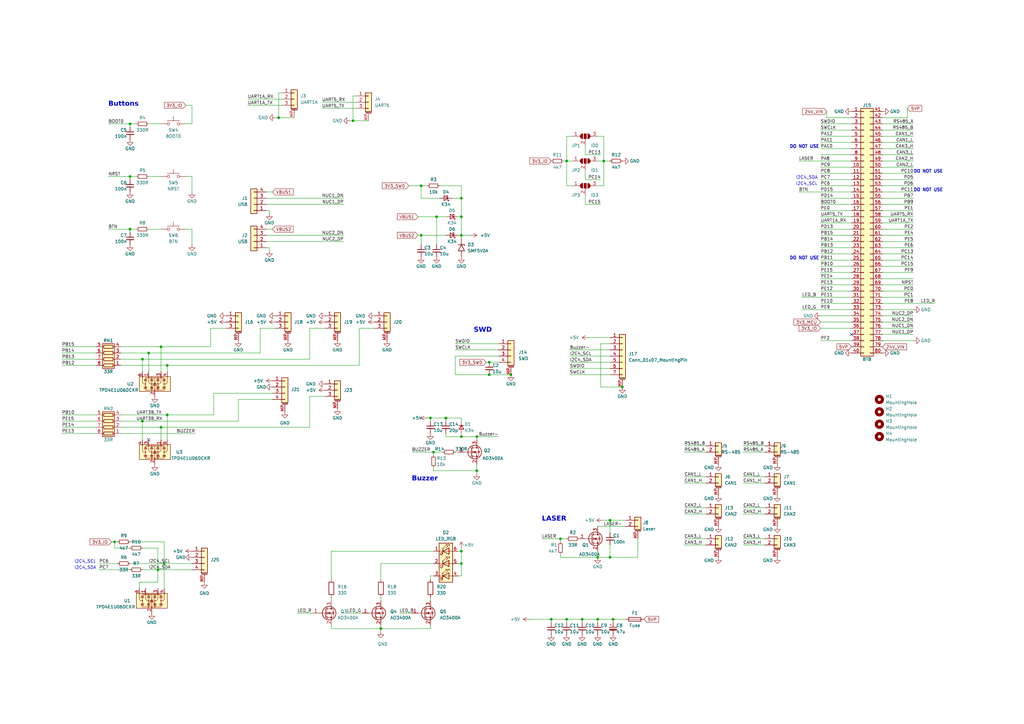
<source format=kicad_sch>
(kicad_sch (version 20231120) (generator "eeschema") (generator_version "8.0")
  (paper "A3")
  (junction (at 144.78 49.53))
  (junction (at 209.55 153.67))
  (junction (at 46.99 222.25))
  (junction (at 66.04 142.24))
  (junction (at 245.11 228.6))
  (junction (at 58.42 172.72))
  (junction (at 68.58 149.86))
  (junction (at 60.96 144.78))
  (junction (at 232.41 254))
  (junction (at 238.76 254))
  (junction (at 226.06 254))
  (junction (at 195.58 179.07))
  (junction (at 53.34 72.39))
  (junction (at 200.66 148.59))
  (junction (at 179.07 88.9))
  (junction (at 189.23 88.9))
  (junction (at 156.21 257.81))
  (junction (at 176.53 171.45))
  (junction (at 195.58 193.04))
  (junction (at 247.65 66.04))
  (junction (at 68.58 170.18))
  (junction (at 245.11 254))
  (junction (at 189.23 179.07))
  (junction (at 53.34 93.98))
  (junction (at 67.31 231.14))
  (junction (at 172.72 96.52))
  (junction (at 58.42 147.32))
  (junction (at 251.46 254))
  (junction (at 255.27 158.75))
  (junction (at 189.23 81.28))
  (junction (at 53.34 50.8))
  (junction (at 189.23 231.14))
  (junction (at 189.23 96.52))
  (junction (at 200.66 153.67))
  (junction (at 250.19 228.6))
  (junction (at 177.8 185.42))
  (junction (at 182.88 171.45))
  (junction (at 172.72 76.2))
  (junction (at 250.19 213.36))
  (junction (at 66.04 175.26))
  (junction (at 232.41 66.04))
  (junction (at 64.77 233.68))
  (junction (at 229.87 220.98))
  (junction (at 189.23 226.06))
  (junction (at 114.3 48.26))
  (no_connect (at 60.96 180.34))
  (no_connect (at 349.25 137.16))
  (wire (pts (xy 349.25 91.44) (xy 336.55 91.44)))
  (wire (pts (xy 374.65 114.3) (xy 361.95 114.3)))
  (wire (pts (xy 232.41 66.04) (xy 232.41 55.88)))
  (wire (pts (xy 304.8 198.12) (xy 313.69 198.12)))
  (wire (pts (xy 222.25 220.98) (xy 229.87 220.98)))
  (wire (pts (xy 250.19 213.36) (xy 256.54 213.36)))
  (wire (pts (xy 374.65 127) (xy 361.95 127)))
  (wire (pts (xy 238.76 254) (xy 245.11 254)))
  (wire (pts (xy 113.03 48.26) (xy 114.3 48.26)))
  (wire (pts (xy 177.8 185.42) (xy 181.61 185.42)))
  (wire (pts (xy 374.65 129.54) (xy 361.95 129.54)))
  (wire (pts (xy 250.19 223.52) (xy 250.19 228.6)))
  (wire (pts (xy 250.19 213.36) (xy 250.19 218.44)))
  (wire (pts (xy 127 175.26) (xy 127 162.56)))
  (wire (pts (xy 233.68 151.13) (xy 250.19 151.13)))
  (wire (pts (xy 25.4 177.8) (xy 39.37 177.8)))
  (wire (pts (xy 189.23 226.06) (xy 189.23 231.14)))
  (wire (pts (xy 67.31 222.25) (xy 67.31 231.14)))
  (wire (pts (xy 182.88 171.45) (xy 182.88 172.72)))
  (wire (pts (xy 189.23 226.06) (xy 189.23 224.79)))
  (wire (pts (xy 374.65 139.7) (xy 361.95 139.7)))
  (wire (pts (xy 78.74 93.98) (xy 78.74 100.33)))
  (wire (pts (xy 66.04 175.26) (xy 127 175.26)))
  (wire (pts (xy 121.92 251.46) (xy 128.27 251.46)))
  (wire (pts (xy 189.23 96.52) (xy 189.23 97.79)))
  (wire (pts (xy 245.11 215.9) (xy 256.54 215.9)))
  (wire (pts (xy 53.34 50.8) (xy 53.34 52.07)))
  (wire (pts (xy 247.269 213.36) (xy 250.19 213.36)))
  (wire (pts (xy 186.69 185.42) (xy 187.96 185.42)))
  (wire (pts (xy 374.65 81.28) (xy 361.95 81.28)))
  (wire (pts (xy 109.22 101.6) (xy 110.49 101.6)))
  (wire (pts (xy 86.36 142.24) (xy 86.36 134.62)))
  (wire (pts (xy 234.95 76.2) (xy 232.41 76.2)))
  (wire (pts (xy 349.25 68.58) (xy 336.55 68.58)))
  (wire (pts (xy 374.65 73.66) (xy 361.95 73.66)))
  (wire (pts (xy 60.96 50.8) (xy 66.04 50.8)))
  (wire (pts (xy 187.96 96.52) (xy 189.23 96.52)))
  (wire (pts (xy 374.65 111.76) (xy 361.95 111.76)))
  (wire (pts (xy 25.4 144.78) (xy 39.37 144.78)))
  (wire (pts (xy 374.65 83.82) (xy 361.95 83.82)))
  (wire (pts (xy 114.3 38.1) (xy 115.57 38.1)))
  (wire (pts (xy 76.2 72.39) (xy 78.74 72.39)))
  (wire (pts (xy 144.78 49.53) (xy 151.13 49.53)))
  (wire (pts (xy 247.65 55.88) (xy 247.65 66.04)))
  (wire (pts (xy 304.8 220.98) (xy 313.69 220.98)))
  (wire (pts (xy 246.38 140.97) (xy 246.38 158.75)))
  (wire (pts (xy 135.89 246.38) (xy 135.89 245.11)))
  (wire (pts (xy 86.36 134.62) (xy 92.71 134.62)))
  (wire (pts (xy 189.23 81.28) (xy 189.23 76.2)))
  (wire (pts (xy 142.24 251.46) (xy 148.59 251.46)))
  (wire (pts (xy 233.68 143.51) (xy 250.19 143.51)))
  (wire (pts (xy 53.34 72.39) (xy 55.88 72.39)))
  (wire (pts (xy 58.42 233.68) (xy 64.77 233.68)))
  (wire (pts (xy 349.25 104.14) (xy 336.55 104.14)))
  (wire (pts (xy 111.76 93.98) (xy 109.22 93.98)))
  (wire (pts (xy 109.22 86.36) (xy 110.49 86.36)))
  (wire (pts (xy 349.25 93.98) (xy 336.55 93.98)))
  (wire (pts (xy 45.72 222.25) (xy 46.99 222.25)))
  (wire (pts (xy 374.65 58.42) (xy 361.95 58.42)))
  (wire (pts (xy 349.25 109.22) (xy 336.55 109.22)))
  (wire (pts (xy 64.77 233.68) (xy 64.77 238.76)))
  (wire (pts (xy 76.2 43.18) (xy 78.74 43.18)))
  (wire (pts (xy 349.25 106.68) (xy 336.55 106.68)))
  (wire (pts (xy 374.65 60.96) (xy 361.95 60.96)))
  (wire (pts (xy 240.03 80.01) (xy 240.03 83.82)))
  (wire (pts (xy 176.53 171.45) (xy 176.53 172.72)))
  (wire (pts (xy 127 134.62) (xy 133.35 134.62)))
  (wire (pts (xy 349.25 63.5) (xy 336.55 63.5)))
  (wire (pts (xy 111.76 78.74) (xy 109.22 78.74)))
  (wire (pts (xy 349.25 129.54) (xy 336.55 129.54)))
  (wire (pts (xy 232.41 254) (xy 238.76 254)))
  (wire (pts (xy 186.69 140.97) (xy 204.47 140.97)))
  (wire (pts (xy 349.25 111.76) (xy 336.55 111.76)))
  (wire (pts (xy 106.68 134.62) (xy 113.03 134.62)))
  (wire (pts (xy 232.41 66.04) (xy 232.41 76.2)))
  (wire (pts (xy 25.4 142.24) (xy 39.37 142.24)))
  (wire (pts (xy 127 162.56) (xy 133.35 162.56)))
  (wire (pts (xy 372.11 48.26) (xy 361.95 48.26)))
  (wire (pts (xy 44.45 93.98) (xy 53.34 93.98)))
  (wire (pts (xy 280.67 223.52) (xy 289.56 223.52)))
  (wire (pts (xy 182.88 179.07) (xy 182.88 177.8)))
  (wire (pts (xy 177.8 193.04) (xy 195.58 193.04)))
  (wire (pts (xy 189.23 171.45) (xy 189.23 172.72)))
  (wire (pts (xy 374.65 88.9) (xy 361.95 88.9)))
  (wire (pts (xy 49.53 149.86) (xy 68.58 149.86)))
  (wire (pts (xy 372.11 44.45) (xy 372.11 48.26)))
  (wire (pts (xy 156.21 259.08) (xy 156.21 257.81)))
  (wire (pts (xy 66.04 142.24) (xy 66.04 152.4)))
  (wire (pts (xy 232.41 66.04) (xy 234.95 66.04)))
  (wire (pts (xy 179.07 100.33) (xy 179.07 88.9)))
  (wire (pts (xy 44.45 72.39) (xy 53.34 72.39)))
  (wire (pts (xy 180.34 76.2) (xy 189.23 76.2)))
  (wire (pts (xy 245.11 228.6) (xy 250.19 228.6)))
  (wire (pts (xy 106.68 144.78) (xy 106.68 134.62)))
  (wire (pts (xy 49.53 142.24) (xy 66.04 142.24)))
  (wire (pts (xy 186.69 146.05) (xy 186.69 153.67)))
  (wire (pts (xy 25.4 147.32) (xy 39.37 147.32)))
  (wire (pts (xy 109.22 81.28) (xy 140.97 81.28)))
  (wire (pts (xy 60.96 72.39) (xy 66.04 72.39)))
  (wire (pts (xy 195.58 193.04) (xy 195.58 194.31)))
  (wire (pts (xy 53.34 72.39) (xy 53.34 73.66)))
  (wire (pts (xy 147.32 134.62) (xy 153.67 134.62)))
  (wire (pts (xy 374.65 53.34) (xy 361.95 53.34)))
  (wire (pts (xy 280.67 195.58) (xy 289.56 195.58)))
  (wire (pts (xy 349.25 71.12) (xy 336.55 71.12)))
  (wire (pts (xy 349.25 81.28) (xy 336.55 81.28)))
  (wire (pts (xy 156.21 231.14) (xy 156.21 237.49)))
  (wire (pts (xy 68.58 170.18) (xy 87.63 170.18)))
  (wire (pts (xy 349.25 53.34) (xy 336.55 53.34)))
  (wire (pts (xy 349.25 121.92) (xy 328.93 121.92)))
  (wire (pts (xy 246.38 158.75) (xy 255.27 158.75)))
  (wire (pts (xy 97.79 163.83) (xy 111.76 163.83)))
  (wire (pts (xy 374.65 63.5) (xy 361.95 63.5)))
  (wire (pts (xy 280.67 198.12) (xy 289.56 198.12)))
  (wire (pts (xy 67.31 231.14) (xy 78.74 231.14)))
  (wire (pts (xy 229.87 227.33) (xy 229.87 228.6)))
  (wire (pts (xy 101.6 40.64) (xy 115.57 40.64)))
  (wire (pts (xy 349.25 76.2) (xy 336.55 76.2)))
  (wire (pts (xy 67.31 231.14) (xy 67.31 241.3)))
  (wire (pts (xy 46.99 224.79) (xy 46.99 222.25)))
  (wire (pts (xy 189.23 236.22) (xy 187.96 236.22)))
  (wire (pts (xy 182.88 171.45) (xy 189.23 171.45)))
  (wire (pts (xy 349.25 58.42) (xy 336.55 58.42)))
  (wire (pts (xy 233.68 146.05) (xy 250.19 146.05)))
  (wire (pts (xy 40.64 231.14) (xy 48.26 231.14)))
  (wire (pts (xy 189.23 177.8) (xy 189.23 179.07)))
  (wire (pts (xy 349.25 119.38) (xy 336.55 119.38)))
  (wire (pts (xy 199.39 148.59) (xy 200.66 148.59)))
  (wire (pts (xy 233.68 153.67) (xy 250.19 153.67)))
  (wire (pts (xy 144.78 49.53) (xy 144.78 39.37)))
  (wire (pts (xy 304.8 223.52) (xy 313.69 223.52)))
  (wire (pts (xy 189.23 96.52) (xy 193.04 96.52)))
  (wire (pts (xy 195.58 190.5) (xy 195.58 193.04)))
  (wire (pts (xy 179.07 88.9) (xy 182.88 88.9)))
  (wire (pts (xy 53.34 50.8) (xy 55.88 50.8)))
  (wire (pts (xy 374.65 76.2) (xy 361.95 76.2)))
  (wire (pts (xy 53.34 224.79) (xy 46.99 224.79)))
  (wire (pts (xy 280.67 210.82) (xy 289.56 210.82)))
  (wire (pts (xy 349.25 60.96) (xy 336.55 60.96)))
  (wire (pts (xy 156.21 257.81) (xy 156.21 256.54)))
  (wire (pts (xy 76.2 93.98) (xy 78.74 93.98)))
  (wire (pts (xy 374.65 116.84) (xy 361.95 116.84)))
  (wire (pts (xy 60.96 144.78) (xy 60.96 152.4)))
  (wire (pts (xy 110.49 101.6) (xy 110.49 102.87)))
  (wire (pts (xy 304.8 182.88) (xy 313.69 182.88)))
  (wire (pts (xy 374.65 119.38) (xy 361.95 119.38)))
  (wire (pts (xy 374.65 66.04) (xy 361.95 66.04)))
  (wire (pts (xy 339.09 48.26) (xy 349.25 48.26)))
  (wire (pts (xy 167.64 76.2) (xy 172.72 76.2)))
  (wire (pts (xy 217.17 254) (xy 226.06 254)))
  (wire (pts (xy 147.32 149.86) (xy 147.32 134.62)))
  (wire (pts (xy 53.34 93.98) (xy 55.88 93.98)))
  (wire (pts (xy 68.58 170.18) (xy 68.58 180.34)))
  (wire (pts (xy 349.25 73.66) (xy 336.55 73.66)))
  (wire (pts (xy 172.72 96.52) (xy 182.88 96.52)))
  (wire (pts (xy 177.8 231.14) (xy 156.21 231.14)))
  (wire (pts (xy 200.66 153.67) (xy 209.55 153.67)))
  (wire (pts (xy 374.65 68.58) (xy 361.95 68.58)))
  (wire (pts (xy 101.6 43.18) (xy 115.57 43.18)))
  (wire (pts (xy 109.22 83.82) (xy 140.97 83.82)))
  (wire (pts (xy 374.65 71.12) (xy 361.95 71.12)))
  (wire (pts (xy 374.65 93.98) (xy 361.95 93.98)))
  (wire (pts (xy 328.93 127) (xy 349.25 127)))
  (wire (pts (xy 143.51 49.53) (xy 144.78 49.53)))
  (wire (pts (xy 68.58 149.86) (xy 147.32 149.86)))
  (wire (pts (xy 135.89 257.81) (xy 135.89 256.54)))
  (wire (pts (xy 240.03 63.5) (xy 246.38 63.5)))
  (wire (pts (xy 240.03 69.85) (xy 240.03 73.66)))
  (wire (pts (xy 374.65 99.06) (xy 361.95 99.06)))
  (wire (pts (xy 349.25 116.84) (xy 336.55 116.84)))
  (wire (pts (xy 339.09 45.72) (xy 339.09 48.26)))
  (wire (pts (xy 168.91 185.42) (xy 177.8 185.42)))
  (wire (pts (xy 64.77 224.79) (xy 64.77 233.68)))
  (wire (pts (xy 240.03 59.69) (xy 240.03 63.5)))
  (wire (pts (xy 245.11 66.04) (xy 247.65 66.04)))
  (wire (pts (xy 374.65 96.52) (xy 361.95 96.52)))
  (wire (pts (xy 189.23 81.28) (xy 185.42 81.28)))
  (wire (pts (xy 66.04 175.26) (xy 66.04 180.34)))
  (wire (pts (xy 233.68 148.59) (xy 250.19 148.59)))
  (wire (pts (xy 229.87 220.98) (xy 229.87 222.25)))
  (wire (pts (xy 327.66 66.04) (xy 349.25 66.04)))
  (wire (pts (xy 374.65 132.08) (xy 361.95 132.08)))
  (wire (pts (xy 40.64 233.68) (xy 53.34 233.68)))
  (wire (pts (xy 58.42 147.32) (xy 58.42 152.4)))
  (wire (pts (xy 250.19 228.6) (xy 261.62 228.6)))
  (wire (pts (xy 241.3 138.43) (xy 250.19 138.43)))
  (wire (pts (xy 240.03 83.82) (xy 246.38 83.82)))
  (wire (pts (xy 250.19 140.97) (xy 246.38 140.97)))
  (wire (pts (xy 49.53 170.18) (xy 68.58 170.18)))
  (wire (pts (xy 374.65 55.88) (xy 361.95 55.88)))
  (wire (pts (xy 229.87 228.6) (xy 245.11 228.6)))
  (wire (pts (xy 114.3 48.26) (xy 120.65 48.26)))
  (wire (pts (xy 127 147.32) (xy 127 134.62)))
  (wire (pts (xy 97.79 163.83) (xy 97.79 172.72)))
  (wire (pts (xy 186.69 143.51) (xy 204.47 143.51)))
  (wire (pts (xy 87.63 161.29) (xy 111.76 161.29)))
  (wire (pts (xy 232.41 55.88) (xy 234.95 55.88)))
  (wire (pts (xy 25.4 175.26) (xy 39.37 175.26)))
  (wire (pts (xy 189.23 88.9) (xy 189.23 96.52)))
  (wire (pts (xy 53.34 222.25) (xy 67.31 222.25)))
  (wire (pts (xy 374.65 101.6) (xy 361.95 101.6)))
  (wire (pts (xy 238.76 254) (xy 238.76 255.27)))
  (wire (pts (xy 132.08 41.91) (xy 146.05 41.91)))
  (wire (pts (xy 182.88 179.07) (xy 189.23 179.07)))
  (wire (pts (xy 226.06 254) (xy 232.41 254)))
  (wire (pts (xy 171.45 88.9) (xy 179.07 88.9)))
  (wire (pts (xy 186.69 153.67) (xy 200.66 153.67)))
  (wire (pts (xy 177.8 226.06) (xy 135.89 226.06)))
  (wire (pts (xy 336.55 132.08) (xy 349.25 132.08)))
  (wire (pts (xy 374.65 78.74) (xy 361.95 78.74)))
  (wire (pts (xy 189.23 226.06) (xy 187.96 226.06)))
  (wire (pts (xy 44.45 50.8) (xy 53.34 50.8)))
  (wire (pts (xy 66.04 142.24) (xy 86.36 142.24)))
  (wire (pts (xy 204.47 179.07) (xy 195.58 179.07)))
  (wire (pts (xy 251.46 254) (xy 251.46 255.27)))
  (wire (pts (xy 349.25 86.36) (xy 336.55 86.36)))
  (wire (pts (xy 374.65 91.44) (xy 361.95 91.44)))
  (wire (pts (xy 78.74 50.8) (xy 76.2 50.8)))
  (wire (pts (xy 176.53 236.22) (xy 177.8 236.22)))
  (wire (pts (xy 64.77 233.68) (xy 78.74 233.68)))
  (wire (pts (xy 49.53 172.72) (xy 58.42 172.72)))
  (wire (pts (xy 53.34 93.98) (xy 53.34 95.25)))
  (wire (pts (xy 247.65 66.04) (xy 250.19 66.04)))
  (wire (pts (xy 176.53 237.49) (xy 176.53 236.22)))
  (wire (pts (xy 280.67 220.98) (xy 289.56 220.98)))
  (wire (pts (xy 163.83 251.46) (xy 168.91 251.46)))
  (wire (pts (xy 374.65 104.14) (xy 361.95 104.14)))
  (wire (pts (xy 189.23 88.9) (xy 187.96 88.9)))
  (wire (pts (xy 172.72 76.2) (xy 172.72 81.28)))
  (wire (pts (xy 189.23 231.14) (xy 187.96 231.14)))
  (wire (pts (xy 349.25 99.06) (xy 336.55 99.06)))
  (wire (pts (xy 280.67 182.88) (xy 289.56 182.88)))
  (wire (pts (xy 109.22 96.52) (xy 140.97 96.52)))
  (wire (pts (xy 349.25 88.9) (xy 336.55 88.9)))
  (wire (pts (xy 349.25 124.46) (xy 336.55 124.46)))
  (wire (pts (xy 349.25 96.52) (xy 336.55 96.52)))
  (wire (pts (xy 245.11 55.88) (xy 247.65 55.88)))
  (wire (pts (xy 374.65 109.22) (xy 361.95 109.22)))
  (wire (pts (xy 245.11 254) (xy 251.46 254)))
  (wire (pts (xy 58.42 147.32) (xy 127 147.32)))
  (wire (pts (xy 349.25 83.82) (xy 336.55 83.82)))
  (wire (pts (xy 25.4 172.72) (xy 39.37 172.72)))
  (wire (pts (xy 49.53 147.32) (xy 58.42 147.32)))
  (wire (pts (xy 135.89 226.06) (xy 135.89 237.49)))
  (wire (pts (xy 172.72 81.28) (xy 180.34 81.28)))
  (wire (pts (xy 114.3 48.26) (xy 114.3 38.1)))
  (wire (pts (xy 251.46 254) (xy 256.54 254)))
  (wire (pts (xy 349.25 114.3) (xy 336.55 114.3)))
  (wire (pts (xy 132.08 44.45) (xy 146.05 44.45)))
  (wire (pts (xy 247.65 66.04) (xy 247.65 76.2)))
  (wire (pts (xy 280.67 208.28) (xy 289.56 208.28)))
  (wire (pts (xy 176.53 246.38) (xy 176.53 245.11)))
  (wire (pts (xy 374.65 137.16) (xy 361.95 137.16)))
  (wire (pts (xy 261.62 228.6) (xy 261.62 220.98)))
  (wire (pts (xy 383.54 124.46) (xy 361.95 124.46)))
  (wire (pts (xy 374.65 106.68) (xy 361.95 106.68)))
  (wire (pts (xy 189.23 81.28) (xy 189.23 88.9)))
  (wire (pts (xy 60.96 144.78) (xy 106.68 144.78)))
  (wire (pts (xy 177.8 186.69) (xy 177.8 185.42)))
  (wire (pts (xy 247.65 76.2) (xy 245.11 76.2)))
  (wire (pts (xy 78.74 43.18) (xy 78.74 50.8)))
  (wire (pts (xy 46.99 222.25) (xy 48.26 222.25)))
  (wire (pts (xy 280.67 185.42) (xy 289.56 185.42)))
  (wire (pts (xy 189.23 236.22) (xy 189.23 231.14)))
  (wire (pts (xy 58.42 172.72) (xy 58.42 180.34)))
  (wire (pts (xy 49.53 177.8) (xy 80.01 177.8)))
  (wire (pts (xy 58.42 172.72) (xy 97.79 172.72)))
  (wire (pts (xy 175.26 171.45) (xy 176.53 171.45)))
  (wire (pts (xy 175.26 76.2) (xy 172.72 76.2)))
  (wire (pts (xy 57.15 238.76) (xy 64.77 238.76)))
  (wire (pts (xy 232.41 254) (xy 232.41 255.27)))
  (wire (pts (xy 60.96 93.98) (xy 66.04 93.98)))
  (wire (pts (xy 58.42 224.79) (xy 64.77 224.79)))
  (wire (pts (xy 245.11 226.06) (xy 245.11 228.6)))
  (wire (pts (xy 25.4 149.86) (xy 39.37 149.86)))
  (wire (pts (xy 374.65 50.8) (xy 361.95 50.8)))
  (wire (pts (xy 57.15 241.3) (xy 57.15 238.76)))
  (wire (pts (xy 68.58 149.86) (xy 68.58 152.4)))
  (wire (pts (xy 226.06 254) (xy 226.06 255.27)))
  (wire (pts (xy 109.22 99.06) (xy 140.97 99.06)))
  (wire (pts (xy 156.21 246.38) (xy 156.21 245.11)))
  (wire (pts (xy 304.8 185.42) (xy 313.69 185.42)))
  (wire (pts (xy 229.87 220.98) (xy 232.41 220.98)))
  (wire (pts (xy 349.25 50.8) (xy 336.55 50.8)))
  (wire (pts (xy 156.21 257.81) (xy 176.53 257.81)))
  (wire (pts (xy 304.8 195.58) (xy 313.69 195.58)))
  (wire (pts (xy 304.8 210.82) (xy 313.69 210.82)))
  (wire (pts (xy 49.53 175.26) (xy 66.04 175.26)))
  (wire (pts (xy 172.72 96.52) (xy 172.72 100.33)))
  (wire (pts (xy 349.25 101.6) (xy 336.55 101.6)))
  (wire (pts (xy 53.34 231.14) (xy 67.31 231.14)))
  (wire (pts (xy 245.11 255.27) (xy 245.11 254)))
  (wire (pts (xy 374.65 86.36) (xy 361.95 86.36)))
  (wire (pts (xy 189.23 179.07) (xy 195.58 179.07)))
  (wire (pts (xy 176.53 171.45) (xy 182.88 171.45)))
  (wire (pts (xy 171.45 96.52) (xy 172.72 96.52)))
  (wire (pts (xy 304.8 208.28) (xy 313.69 208.28)))
  (wire (pts (xy 176.53 257.81) (xy 176.53 256.54)))
  (wire (pts (xy 49.53 144.78) (xy 60.96 144.78)))
  (wire (pts (xy 204.47 146.05) (xy 186.69 146.05)))
  (wire (pts (xy 231.14 66.04) (xy 232.41 66.04)))
  (wire (pts (xy 200.66 148.59) (xy 204.47 148.59)))
  (wire (pts (xy 374.65 134.62) (xy 361.95 134.62)))
  (wire (pts (xy 240.03 73.66) (xy 246.38 73.66)))
  (wire (pts (xy 110.49 86.36) (xy 110.49 87.63)))
  (wire (pts (xy 349.25 139.7) (xy 336.55 139.7)))
  (wire (pts (xy 25.4 170.18) (xy 39.37 170.18)))
  (wire (pts (xy 374.65 121.92) (xy 361.95 121.92)))
  (wire (pts (xy 135.89 257.81) (xy 156.21 257.81)))
  (wire (pts (xy 349.25 55.88) (xy 336.55 55.88)))
  (wire (pts (xy 177.8 191.77) (xy 177.8 193.04)))
  (wire (pts (xy 195.58 179.07) (xy 195.58 180.34)))
  (wire (pts (xy 87.63 170.18) (xy 87.63 161.29)))
  (wire (pts (xy 327.66 78.74) (xy 349.25 78.74)))
  (wire (pts (xy 144.78 39.37) (xy 146.05 39.37)))
  (wire (pts (xy 78.74 72.39) (xy 78.74 78.74)))
  (wire (pts (xy 349.25 134.62) (xy 336.55 134.62)))
  (text "DO NOT USE" (at 323.85 60.96 0) (effects (font (size 1.27 1.27) (thickness 0.254) (bold yes)) (justify left bottom)))
  (text "I2C4_SDA" (at 326.39 73.66 0) (effects (font (size 1.27 1.27)) (justify left bottom)))
  (text "DO NOT USE" (at 323.85 106.68 0) (effects (font (size 1.27 1.27) (thickness 0.254) (bold yes)) (justify left bottom)))
  (text "Buttons" (at 44.45 44.45 0) (effects (font (size 2 2) (thickness 0.4) (bold yes)) (justify left bottom)))
  (text "DO NOT USE" (at 374.65 78.74 0) (effects (font (size 1.27 1.27) (thickness 0.254) (bold yes)) (justify left bottom)))
  (text "DO NOT USE" (at 374.65 71.12 0) (effects (font (size 1.27 1.27) (thickness 0.254) (bold yes)) (justify left bottom)))
  (text "SWD" (at 194.31 137.16 0) (effects (font (size 2 2) (thickness 0.4) (bold yes)) (justify left bottom)))
  (text "I2C4_SCL" (at 326.39 76.2 0) (effects (font (size 1.27 1.27)) (justify left bottom)))
  (text "LASER" (at 222.25 214.63 0) (effects (font (size 2 2) (thickness 0.4) (bold yes)) (justify left bottom)))
  (text "I2C4_SCL" (at 30.48 231.14 0) (effects (font (size 1.27 1.27)) (justify left bottom)))
  (text "I2C4_SDA" (at 30.48 233.68 0) (effects (font (size 1.27 1.27)) (justify left bottom)))
  (text "Buzzer" (at 168.91 198.12 0) (effects (font (size 2 2) (thickness 0.4) (bold yes)) (justify left bottom)))
  (label "UART3B_RX" (at 55.88 172.72 0))
  (label "UART1A_RX" (at 336.55 91.44 0))
  (label "UART1A_TX" (at 374.65 91.44 180))
  (label "CAN1_L" (at 374.65 58.42 180))
  (label "I2C4_SDA" (at 233.68 148.59 0))
  (label "PE6" (at 374.65 101.6 180))
  (label "PC6" (at 40.64 231.14 0))
  (label "PD14" (at 336.55 81.28 0))
  (label "PB9" (at 374.65 83.82 180))
  (label "CAN1_H" (at 374.65 55.88 180))
  (label "UART1A_TX" (at 101.6 43.18 0))
  (label "PC15" (at 374.65 109.22 180))
  (label "PB11" (at 336.55 106.68 0))
  (label "PC7" (at 40.64 233.68 0))
  (label "Buzzer-" (at 233.68 143.51 0))
  (label "UART5_RX" (at 374.65 88.9 180))
  (label "PE13" (at 25.4 177.8 0))
  (label "I2C4_SDA" (at 60.96 233.68 0))
  (label "PB14" (at 336.55 99.06 0))
  (label "NUC1_DP" (at 374.65 137.16 180))
  (label "PC11" (at 374.65 78.74 180))
  (label "UART5_TX" (at 132.08 44.45 0))
  (label "NUC1_DP" (at 140.97 83.82 180))
  (label "LED_B" (at 163.83 251.46 0))
  (label "NUC2_DP" (at 140.97 99.06 180))
  (label "CAN1_L" (at 304.8 195.58 0))
  (label "PE13" (at 336.55 116.84 0))
  (label "SWDIO" (at 336.55 50.8 0))
  (label "UART5_RX" (at 132.08 41.91 0))
  (label "PD13" (at 336.55 93.98 0))
  (label "PA11" (at 336.55 58.42 0))
  (label "PC0" (at 374.65 119.38 180))
  (label "PB10" (at 25.4 170.18 0))
  (label "LED_G" (at 142.24 251.46 0))
  (label "I2C4_SCL" (at 60.96 231.14 0))
  (label "PE4" (at 374.65 96.52 180))
  (label "BTN" (at 44.45 93.98 0))
  (label "RS485_B" (at 280.67 182.88 0))
  (label "CAN1_L" (at 280.67 195.58 0))
  (label "LASER" (at 327.66 66.04 0))
  (label "CAN3_L" (at 304.8 220.98 0))
  (label "RS485_A" (at 304.8 185.42 0))
  (label "PC10" (at 374.65 71.12 180))
  (label "CAN1_H" (at 280.67 198.12 0))
  (label "PE9" (at 336.55 127 0))
  (label "LED_G" (at 328.93 127 0))
  (label "PE14" (at 336.55 114.3 0))
  (label "CAN2_H" (at 304.8 210.82 0))
  (label "RS485_A" (at 280.67 185.42 0))
  (label "PE8" (at 374.65 124.46 180))
  (label "I2C4_SCL" (at 233.68 146.05 0))
  (label "PE11" (at 336.55 121.92 0))
  (label "SWCLK" (at 233.68 153.67 0))
  (label "LED_B" (at 328.93 121.92 0))
  (label "NUC2_DN" (at 374.65 132.08 180))
  (label "SWDIO" (at 233.68 151.13 0))
  (label "BUZZER" (at 80.01 177.8 180))
  (label "PD6" (at 374.65 76.2 180))
  (label "PE2" (at 374.65 93.98 180))
  (label "PE15" (at 336.55 111.76 0))
  (label "LASER-" (at 247.65 215.9 0))
  (label "PC1" (at 374.65 121.92 180))
  (label "NUC2_DP" (at 374.65 129.54 180))
  (label "PB12" (at 25.4 149.86 0))
  (label "PB13" (at 25.4 147.32 0))
  (label "PE10" (at 336.55 124.46 0))
  (label "CAN2_H" (at 374.65 66.04 180))
  (label "PA12" (at 336.55 55.88 0))
  (label "PB13" (at 336.55 101.6 0))
  (label "PB14" (at 25.4 144.78 0))
  (label "LED_R" (at 383.54 124.46 180))
  (label "UART1A_RX" (at 101.6 40.64 0))
  (label "CAN3_L" (at 280.67 220.98 0))
  (label "UART5_TX" (at 336.55 88.9 0))
  (label "RS485_A" (at 374.65 50.8 180))
  (label "BUZZER" (at 168.91 185.42 0))
  (label "PE12" (at 336.55 119.38 0))
  (label "CAN2_H" (at 280.67 210.82 0))
  (label "CAN3_L" (at 374.65 63.5 180))
  (label "PB12" (at 336.55 104.14 0))
  (label "BOOT0" (at 336.55 83.82 0))
  (label "PC14" (at 374.65 106.68 180))
  (label "RS485_B" (at 304.8 182.88 0))
  (label "PC15" (at 246.38 83.82 180))
  (label "RS485_B" (at 374.65 53.34 180))
  (label "PC9" (at 336.55 68.58 0))
  (label "NRST" (at 44.45 72.39 0))
  (label "PF9" (at 374.65 111.76 180))
  (label "PD15" (at 336.55 78.74 0))
  (label "CAN3_H" (at 374.65 60.96 180))
  (label "LED_R" (at 121.92 251.46 0))
  (label "PB15" (at 336.55 96.52 0))
  (label "PC13" (at 246.38 63.5 180))
  (label "PA10" (at 336.55 60.96 0))
  (label "PC13" (at 374.65 104.14 180))
  (label "PC8" (at 336.55 71.12 0))
  (label "BTN" (at 327.66 78.74 0))
  (label "NUC1_DN" (at 374.65 134.62 180))
  (label "PC6" (at 336.55 76.2 0))
  (label "NUC1_DN" (at 140.97 81.28 180))
  (label "PE15" (at 25.4 172.72 0))
  (label "Buzzer-" (at 204.47 179.07 180))
  (label "NUC2_DN" (at 140.97 96.52 180))
  (label "PB10" (at 336.55 109.22 0))
  (label "CAN2_L" (at 280.67 208.28 0))
  (label "SWCLK" (at 186.69 143.51 0))
  (label "PD5" (at 374.65 73.66 180))
  (label "PE5" (at 374.65 99.06 180))
  (label "BOOT0" (at 44.45 50.8 0))
  (label "CAN2_L" (at 304.8 208.28 0))
  (label "UART3B_TX" (at 55.88 170.18 0))
  (label "PC14" (at 246.38 73.66 180))
  (label "NRST" (at 374.65 116.84 180))
  (label "CAN3_H" (at 304.8 223.52 0))
  (label "LASER" (at 222.25 220.98 0))
  (label "CAN1_H" (at 304.8 198.12 0))
  (label "CAN3_H" (at 280.67 223.52 0))
  (label "CAN2_L" (at 374.65 68.58 180))
  (label "PB7" (at 374.65 81.28 180))
  (label "SWDIO" (at 186.69 140.97 0))
  (label "PF2" (at 336.55 139.7 0))
  (label "PB15" (at 25.4 142.24 0))
  (label "PC7" (at 336.55 73.66 0))
  (label "PE14" (at 25.4 175.26 0))
  (label "SWCLK" (at 336.55 53.34 0))
  (label "PE1" (at 374.65 86.36 180))
  (label "PE0" (at 336.55 86.36 0))
  (label "PA8" (at 336.55 66.04 0))
  (global_label "VBUS1" (shape input) (at 171.45 88.9 180) (property "Intersheetrefs" "${INTERSHEET_REFS}" (effects (hide yes))))
  (global_label "3V3_IO" (shape input) (at 226.06 66.04 180) (property "Intersheetrefs" "${INTERSHEET_REFS}" (effects (hide yes))))
  (global_label "5VP" (shape input) (at 349.25 142.24 180) (property "Intersheetrefs" "${INTERSHEET_REFS}" (effects (hide yes))))
  (global_label "3V3_IO" (shape input) (at 76.2 43.18 180) (property "Intersheetrefs" "${INTERSHEET_REFS}" (effects (hide yes))))
  (global_label "VBUS2" (shape input) (at 111.76 93.98 0) (property "Intersheetrefs" "${INTERSHEET_REFS}" (effects (hide yes))))
  (global_label "24V_VIN" (shape input) (at 339.09 45.72 180) (property "Intersheetrefs" "${INTERSHEET_REFS}" (effects (hide yes))))
  (global_label "3V3_SWD" (shape input) (at 199.39 148.59 180) (property "Intersheetrefs" "${INTERSHEET_REFS}" (effects (hide yes))))
  (global_label "3V3_MCU" (shape input) (at 336.55 132.08 180) (property "Intersheetrefs" "${INTERSHEET_REFS}" (effects (hide yes))))
  (global_label "VBUS2" (shape input) (at 171.45 96.52 180) (property "Intersheetrefs" "${INTERSHEET_REFS}" (effects (hide yes))))
  (global_label "VBUS1" (shape input) (at 111.76 78.74 0) (property "Intersheetrefs" "${INTERSHEET_REFS}" (effects (hide yes))))
  (global_label "5VP" (shape input) (at 264.16 254 0) (property "Intersheetrefs" "${INTERSHEET_REFS}" (effects (hide yes))))
  (global_label "3V3_IO" (shape input) (at 336.55 134.62 180) (property "Intersheetrefs" "${INTERSHEET_REFS}" (effects (hide yes))))
  (global_label "3V3_SWD" (shape input) (at 167.64 76.2 180) (property "Intersheetrefs" "${INTERSHEET_REFS}" (effects (hide yes))))
  (global_label "3V3_IO" (shape input) (at 45.72 222.25 180) (property "Intersheetrefs" "${INTERSHEET_REFS}" (effects (hide yes))))
  (global_label "5VP" (shape input) (at 372.11 44.45 0) (property "Intersheetrefs" "${INTERSHEET_REFS}" (effects (hide yes))))
  (global_label "24V_VIN" (shape input) (at 361.95 142.24 0) (property "Intersheetrefs" "${INTERSHEET_REFS}" (effects (hide yes))))
  (symbol (lib_id "power:GND") (at 318.77 228.6 0) (unit 1)
    (property "Reference" "#PWR013" (effects (hide yes)))
    (property "Value" "GND" (at 314.96 229.87 0))
  )
  (symbol (lib_id "power:GND") (at 113.03 48.26 270) (unit 1)
    (property "Reference" "#PWR03" (effects (hide yes)))
    (property "Value" "GND" (at 107.95 48.26 90))
  )
  (symbol (lib_id "Transistor_FET:AO3400A") (at 193.04 185.42 0) (unit 1)
    (property "Reference" "Q2" (at 198.374 184.785 0) (effects (justify left)))
    (property "Value" "AO3400A" (at 197.866 187.96 0) (effects (justify left)))
    (property "Footprint" "Package_TO_SOT_SMD:SOT-23" (effects (hide yes)))
    (property "Datasheet" "http://www.aosmd.com/pdfs/datasheet/AO3400A.pdf" (effects (hide yes)))
  )
  (symbol (lib_id "power:GND") (at 238.76 260.35 0) (unit 1)
    (property "Reference" "#PWR039" (effects (hide yes)))
    (property "Value" "GND" (at 238.76 264.16 0))
  )
  (symbol (lib_id "Switch:SW_Push") (at 71.12 72.39 0) (unit 1)
    (property "Reference" "SW5" (at 71.12 74.93 0))
    (property "Value" "NRST" (at 71.12 77.47 0))
    (property "Footprint" "Button_Switch_SMD:SW_SPST_PTS810" (effects (hide yes)))
  )
  (symbol (lib_id "Connector_Generic_MountingPin:Conn_01x03_MountingPin") (at 118.11 132.08 0) (unit 1)
    (property "Reference" "J18" (at 120.65 132.08 0) (effects (justify left)))
    (property "Value" "Conn_01x03_MountingPin" (effects (hide yes)))
    (property "Footprint" "Connector_JST:JST_GH_BM03B-GHS-TBT_1x03-1MP_P1.25mm_Vertical" (effects (hide yes)))
  )
  (symbol (lib_id "Device:R_Small") (at 228.6 66.04 90) (mirror x) (unit 1)
    (property "Reference" "R11" (at 228.6 63.5 90))
    (property "Value" "4k7" (at 228.6 68.58 90))
    (property "Footprint" "Resistor_SMD:R_0603_1608Metric" (effects (hide yes)))
  )
  (symbol (lib_id "AEX7 Others:TPD4E1U06DCKR") (at 63.5 157.48 0) (unit 1)
    (property "Reference" "U2" (at 52.07 157.48 0) (effects (justify left)))
    (property "Value" "TPD4E1U06DCKR" (at 40.64 160.02 0) (effects (justify left)))
    (property "Footprint" "Package_TO_SOT_SMD:SOT-363_SC-70-6" (effects (hide yes)))
    (property "Datasheet" "http://www.onsemi.com/pub_link/Collateral/NUP4202W1-D.PDF" (effects (hide yes)))
  )
  (symbol (lib_id "power:+5V") (at 193.04 96.52 270) (unit 1)
    (property "Reference" "#PWR028" (effects (hide yes)))
    (property "Value" "+5V" (at 196.85 96.52 90) (effects (justify left)))
  )
  (symbol (lib_id "Device:R_Small") (at 50.8 222.25 90) (mirror x) (unit 1)
    (property "Reference" "R9" (at 50.8 219.71 90))
    (property "Value" "4k7" (at 50.8 224.79 90))
    (property "Footprint" "Resistor_SMD:R_0603_1608Metric" (effects (hide yes)))
  )
  (symbol (lib_id "power:GND") (at 92.71 129.54 270) (unit 1)
    (property "Reference" "#PWR034" (effects (hide yes)))
    (property "Value" "GND" (at 88.9 129.54 90) (effects (justify right)))
  )
  (symbol (lib_id "Device:R_Small") (at 58.42 72.39 90) (mirror x) (unit 1)
    (property "Reference" "R5" (at 58.42 69.85 90))
    (property "Value" "330R" (at 58.42 74.93 90))
    (property "Footprint" "Resistor_SMD:R_0603_1608Metric" (effects (hide yes)))
  )
  (symbol (lib_id "power:+5V") (at 217.17 254 90) (unit 1)
    (property "Reference" "#PWR030" (effects (hide yes)))
    (property "Value" "+5V" (at 213.36 254 90) (effects (justify left)))
  )
  (symbol (lib_id "Mechanical:MountingHole") (at 360.68 168.91 0) (unit 1)
    (property "Reference" "H2" (at 363.22 167.64 0) (effects (justify left)))
    (property "Value" "MountingHole" (at 363.22 170.18 0) (effects (justify left)))
    (property "Footprint" "MountingHole:MountingHole_3.2mm_M3_DIN965_Pad" (effects (hide yes)))
  )
  (symbol (lib_id "Connector_Generic_MountingPin:Conn_01x07_MountingPin") (at 255.27 146.05 0) (unit 1)
    (property "Reference" "J17" (at 257.81 145.1356 0) (effects (justify left)))
    (property "Value" "Conn_01x07_MountingPin" (at 257.81 147.6756 0) (effects (justify left)))
    (property "Footprint" "Connector_JST:JST_GH_BM07B-GHS-TBT_1x07-1MP_P1.25mm_Vertical" (effects (hide yes)))
  )
  (symbol (lib_id "power:GND") (at 176.53 177.8 0) (unit 1)
    (property "Reference" "#PWR066" (effects (hide yes)))
    (property "Value" "GND" (at 176.53 181.61 0))
  )
  (symbol (lib_id "Device:C_Small") (at 182.88 175.26 0) (unit 1)
    (property "Reference" "C14" (at 184.15 173.99 0) (effects (justify left)))
    (property "Value" "20p" (at 184.15 176.53 0) (effects (justify left)))
    (property "Footprint" "Capacitor_SMD:C_0603_1608Metric" (effects (hide yes)))
  )
  (symbol (lib_id "power:GND") (at 158.75 139.7 0) (unit 1)
    (property "Reference" "#PWR049" (effects (hide yes)))
    (property "Value" "GND" (at 158.75 143.51 0))
  )
  (symbol (lib_id "Diode:SMF5V0A") (at 189.23 101.6 270) (unit 1)
    (property "Reference" "D3" (at 191.77 100.33 90) (effects (justify left)))
    (property "Value" "SMF5V0A" (at 191.77 102.87 90) (effects (justify left)))
    (property "Footprint" "Diode_SMD:D_SMF" (effects (hide yes)))
    (property "Datasheet" "https://www.vishay.com/doc?85881" (effects (hide yes)))
  )
  (symbol (lib_id "Mechanical:MountingHole") (at 360.68 163.83 0) (unit 1)
    (property "Reference" "H1" (at 363.22 162.56 0) (effects (justify left)))
    (property "Value" "MountingHole" (at 363.22 165.1 0) (effects (justify left)))
    (property "Footprint" "MountingHole:MountingHole_3.2mm_M3_DIN965_Pad" (effects (hide yes)))
  )
  (symbol (lib_id "Switch:SW_Push") (at 71.12 93.98 0) (unit 1)
    (property "Reference" "SW6" (at 71.12 96.52 0))
    (property "Value" "BTN" (at 71.12 99.06 0))
    (property "Footprint" "Button_Switch_SMD:SW_SPST_PTS810" (effects (hide yes)))
  )
  (symbol (lib_id "Device:C_Small") (at 53.34 54.61 0) (mirror y) (unit 1)
    (property "Reference" "C5" (at 52.07 53.34 0) (effects (justify left)))
    (property "Value" "100n" (at 52.07 55.88 0) (effects (justify left)))
    (property "Footprint" "Capacitor_SMD:C_0603_1608Metric" (effects (hide yes)))
  )
  (symbol (lib_id "Connector_Generic:Conn_01x04") (at 104.14 99.06 180) (unit 1)
    (property "Reference" "J2" (at 101.6 96.52 0) (effects (justify left)))
    (property "Value" "USB" (at 101.6 99.06 0) (effects (justify left)))
    (property "Footprint" "Connector_JST:JST_PH_B4B-PH-K_1x04_P2.00mm_Vertical" (effects (hide yes)))
  )
  (symbol (lib_id "power:GND") (at 226.06 260.35 0) (unit 1)
    (property "Reference" "#PWR041" (effects (hide yes)))
    (property "Value" "GND" (at 226.06 264.16 0))
  )
  (symbol (lib_id "Device:R_Pack04") (at 44.45 172.72 90) (unit 1)
    (property "Reference" "RN2" (at 44.45 167.64 90))
    (property "Value" "33R" (at 44.45 180.34 90))
    (property "Footprint" "Resistor_SMD:R_Array_Concave_4x0603" (effects (hide yes)))
  )
  (symbol (lib_id "Connector_Generic_MountingPin:Conn_01x03_MountingPin") (at 158.75 132.08 0) (unit 1)
    (property "Reference" "J20" (at 161.29 132.08 0) (effects (justify left)))
    (property "Value" "Conn_01x03_MountingPin" (effects (hide yes)))
    (property "Footprint" "Connector_JST:JST_GH_BM03B-GHS-TBT_1x03-1MP_P1.25mm_Vertical" (effects (hide yes)))
  )
  (symbol (lib_id "power:GND") (at 294.64 228.6 0) (unit 1)
    (property "Reference" "#PWR015" (effects (hide yes)))
    (property "Value" "GND" (at 290.83 229.87 0))
  )
  (symbol (lib_id "Device:R_Small") (at 229.87 224.79 0) (mirror y) (unit 1)
    (property "Reference" "R1" (at 228.6 223.52 0) (effects (justify left)))
    (property "Value" "4k7" (at 228.6 226.06 0) (effects (justify left)))
    (property "Footprint" "Resistor_SMD:R_0603_1608Metric" (effects (hide yes)))
  )
  (symbol (lib_id "power:GND") (at 361.95 45.72 90) (unit 1)
    (property "Reference" "#PWR022" (effects (hide yes)))
    (property "Value" "GND" (at 367.03 45.72 90))
  )
  (symbol (lib_id "Device:C_Small") (at 53.34 76.2 0) (mirror y) (unit 1)
    (property "Reference" "C6" (at 52.07 74.93 0) (effects (justify left)))
    (property "Value" "100n" (at 52.07 77.47 0) (effects (justify left)))
    (property "Footprint" "Capacitor_SMD:C_0603_1608Metric" (effects (hide yes)))
  )
  (symbol (lib_id "Connector_Generic:Conn_02x40_Top_Bottom") (at 354.33 93.98 0) (unit 1)
    (property "Reference" "J15" (at 355.6 43.18 0))
    (property "Value" "BTB" (at 355.6 147.32 0))
    (property "Footprint" "AEX7 Others:BTB_P0.8mm_2x40pin_M" (effects (hide yes)))
  )
  (symbol (lib_id "Mechanical:MountingHole") (at 360.68 173.99 0) (unit 1)
    (property "Reference" "H3" (at 363.22 172.72 0) (effects (justify left)))
    (property "Value" "MountingHole" (at 363.22 175.26 0) (effects (justify left)))
    (property "Footprint" "MountingHole:MountingHole_3.2mm_M3_DIN965_Pad" (effects (hide yes)))
  )
  (symbol (lib_id "power:GND") (at 172.72 105.41 0) (unit 1)
    (property "Reference" "#PWR031" (effects (hide yes)))
    (property "Value" "GND" (at 172.72 109.22 0))
  )
  (symbol (lib_id "Connector_Generic_MountingPin:Conn_01x04_MountingPin") (at 83.82 228.6 0) (unit 1)
    (property "Reference" "J25" (at 86.36 229.5906 0) (effects (justify left)))
    (property "Value" "Conn_01x04_MountingPin" (effects (hide yes)))
    (property "Footprint" "Connector_JST:JST_GH_BM04B-GHS-TBT_1x04-1MP_P1.25mm_Vertical" (effects (hide yes)))
  )
  (symbol (lib_id "power:GND") (at 251.46 260.35 0) (unit 1)
    (property "Reference" "#PWR024" (effects (hide yes)))
    (property "Value" "GND" (at 251.46 264.16 0))
  )
  (symbol (lib_id "Device:R") (at 156.21 241.3 0) (unit 1)
    (property "Reference" "R18" (at 158.75 240.665 0) (effects (justify left)))
    (property "Value" "330" (at 158.75 243.205 0) (effects (justify left)))
    (property "Footprint" "Resistor_SMD:R_0603_1608Metric" (effects (hide yes)))
  )
  (symbol (lib_id "Connector_Generic_MountingPin:Conn_01x02_MountingPin") (at 294.64 208.28 0) (unit 1)
    (property "Reference" "J13" (at 297.18 208.28 0) (effects (justify left)))
    (property "Value" "CAN2" (at 297.18 210.82 0) (effects (justify left)))
    (property "Footprint" "Connector_JST:JST_GH_BM02B-GHS-TBT_1x02-1MP_P1.25mm_Vertical" (effects (hide yes)))
  )
  (symbol (lib_id "power:GND") (at 78.74 78.74 0) (unit 1)
    (property "Reference" "#PWR067" (effects (hide yes)))
    (property "Value" "GND" (at 78.74 82.55 0))
  )
  (symbol (lib_id "power:+5V") (at 111.76 156.21 90) (unit 1)
    (property "Reference" "#PWR051" (effects (hide yes)))
    (property "Value" "+5V" (at 107.95 156.21 90) (effects (justify left)))
  )
  (symbol (lib_id "Connector_Generic_MountingPin:Conn_01x02_MountingPin") (at 318.77 220.98 0) (unit 1)
    (property "Reference" "J10" (at 321.31 220.98 0) (effects (justify left)))
    (property "Value" "CAN3" (at 321.31 223.52 0) (effects (justify left)))
    (property "Footprint" "Connector_JST:JST_GH_BM02B-GHS-TBT_1x02-1MP_P1.25mm_Vertical" (effects (hide yes)))
  )
  (symbol (lib_id "power:+5V") (at 189.23 224.79 0) (mirror y) (unit 1)
    (property "Reference" "#PWR073" (effects (hide yes)))
    (property "Value" "+5V" (at 194.31 223.52 0) (effects (justify left)))
  )
  (symbol (lib_id "Device:C_Small") (at 232.41 257.81 0) (unit 1)
    (property "Reference" "C11" (at 233.68 256.54 0) (effects (justify left)))
    (property "Value" "10u" (at 233.68 259.08 0) (effects (justify left)))
    (property "Footprint" "Capacitor_SMD:C_0603_1608Metric" (effects (hide yes)))
  )
  (symbol (lib_id "power:GND") (at 209.55 153.67 0) (unit 1)
    (property "Reference" "#PWR017" (effects (hide yes)))
    (property "Value" "GND" (at 209.55 157.48 0))
  )
  (symbol (lib_id "Device:D_Schottky_Small") (at 185.42 88.9 180) (unit 1)
    (property "Reference" "D5" (at 185.42 86.36 0))
    (property "Value" "K34" (at 185.42 91.44 0))
    (property "Footprint" "Diode_SMD:D_SMF" (effects (hide yes)))
  )
  (symbol (lib_id "Transistor_FET:AO3400A") (at 133.35 251.46 0) (unit 1)
    (property "Reference" "Q3" (at 139.7 250.825 0) (effects (justify left)))
    (property "Value" "AO3400A" (at 138.43 253.365 0) (effects (justify left)))
    (property "Footprint" "Package_TO_SOT_SMD:SOT-23" (effects (hide yes)))
    (property "Datasheet" "http://www.aosmd.com/pdfs/datasheet/AO3400A.pdf" (effects (hide yes)))
  )
  (symbol (lib_id "Device:R_Small") (at 55.88 233.68 90) (mirror x) (unit 1)
    (property "Reference" "R7" (at 55.88 231.14 90))
    (property "Value" "33R" (at 55.88 236.22 90))
    (property "Footprint" "Resistor_SMD:R_0603_1608Metric" (effects (hide yes)))
  )
  (symbol (lib_id "power:GND") (at 349.25 45.72 270) (unit 1)
    (property "Reference" "#PWR019" (effects (hide yes)))
    (property "Value" "GND" (at 344.17 45.72 90))
  )
  (symbol (lib_id "power:GND") (at 63.5 190.5 0) (unit 1)
    (property "Reference" "#PWR050" (effects (hide yes)))
    (property "Value" "GND" (at 63.5 194.31 0))
  )
  (symbol (lib_id "Switch:SW_Push") (at 71.12 50.8 0) (unit 1)
    (property "Reference" "SW4" (at 71.12 53.34 0))
    (property "Value" "BOOT0" (at 71.12 55.88 0))
    (property "Footprint" "Button_Switch_SMD:SW_SPST_PTS810" (effects (hide yes)))
  )
  (symbol (lib_id "Connector_Generic_MountingPin:Conn_01x04_MountingPin") (at 209.55 143.51 0) (unit 1)
    (property "Reference" "J14" (at 212.598 144.5006 0) (effects (justify left)))
    (property "Value" "SWD" (at 212.598 147.0406 0) (effects (justify left)))
    (property "Footprint" "Connector_Molex:Molex_PicoBlade_53398-0471_1x04-1MP_P1.25mm_Vertical" (effects (hide yes)))
    (property "Datasheet" "[问号]" (effects (hide yes)))
  )
  (symbol (lib_id "Device:C_Small") (at 179.07 102.87 0) (unit 1)
    (property "Reference" "C4" (at 180.34 101.6 0) (effects (justify left)))
    (property "Value" "10u" (at 180.34 104.14 0) (effects (justify left)))
    (property "Footprint" "Capacitor_SMD:C_0603_1608Metric" (effects (hide yes)))
  )
  (symbol (lib_id "Device:R") (at 135.89 241.3 0) (unit 1)
    (property "Reference" "R16" (at 138.43 240.665 0) (effects (justify left)))
    (property "Value" "330" (at 138.43 243.205 0) (effects (justify left)))
    (property "Footprint" "Resistor_SMD:R_0603_1608Metric" (effects (hide yes)))
  )
  (symbol (lib_id "Connector_Generic_MountingPin:Conn_01x02_MountingPin") (at 294.64 220.98 0) (unit 1)
    (property "Reference" "J12" (at 297.18 220.98 0) (effects (justify left)))
    (property "Value" "CAN2" (at 297.18 223.52 0) (effects (justify left)))
    (property "Footprint" "Connector_JST:JST_GH_BM02B-GHS-TBT_1x02-1MP_P1.25mm_Vertical" (effects (hide yes)))
  )
  (symbol (lib_id "Device:R") (at 176.53 241.3 0) (unit 1)
    (property "Reference" "R20" (at 179.07 240.665 0) (effects (justify left)))
    (property "Value" "330" (at 179.07 243.205 0) (effects (justify left)))
    (property "Footprint" "Resistor_SMD:R_0603_1608Metric" (effects (hide yes)))
  )
  (symbol (lib_id "Connector_Generic:Conn_01x04") (at 104.14 83.82 180) (unit 1)
    (property "Reference" "J1" (at 101.6 81.28 0) (effects (justify left)))
    (property "Value" "USB" (at 101.6 83.82 0) (effects (justify left)))
    (property "Footprint" "Connector_JST:JST_PH_B4B-PH-K_1x04_P2.00mm_Vertical" (effects (hide yes)))
  )
  (symbol (lib_id "Connector_Generic_MountingPin:Conn_01x03_MountingPin") (at 97.79 132.08 0) (unit 1)
    (property "Reference" "J16" (at 100.33 132.08 0) (effects (justify left)))
    (property "Value" "Conn_01x03_MountingPin" (effects (hide yes)))
    (property "Footprint" "Connector_JST:JST_GH_BM03B-GHS-TBT_1x03-1MP_P1.25mm_Vertical" (effects (hide yes)))
  )
  (symbol (lib_id "power:GND") (at 195.58 194.31 0) (unit 1)
    (property "Reference" "#PWR071" (effects (hide yes)))
    (property "Value" "GND" (at 195.58 198.12 0))
  )
  (symbol (lib_id "Device:R_Small") (at 252.73 66.04 90) (mirror x) (unit 1)
    (property "Reference" "R12" (at 252.73 63.5 90))
    (property "Value" "4k7" (at 252.73 68.58 90))
    (property "Footprint" "Resistor_SMD:R_0603_1608Metric" (effects (hide yes)))
  )
  (symbol (lib_id "power:GND") (at 78.74 100.33 0) (unit 1)
    (property "Reference" "#PWR068" (effects (hide yes)))
    (property "Value" "GND" (at 78.74 104.14 0))
  )
  (symbol (lib_id "Transistor_FET:AO3400A") (at 173.99 251.46 0) (unit 1)
    (property "Reference" "Q5" (at 180.34 250.825 0) (effects (justify left)))
    (property "Value" "AO3400A" (at 180.34 253.365 0) (effects (justify left)))
    (property "Footprint" "Package_TO_SOT_SMD:SOT-23" (effects (hide yes)))
    (property "Datasheet" "http://www.aosmd.com/pdfs/datasheet/AO3400A.pdf" (effects (hide yes)))
  )
  (symbol (lib_id "power:+5V") (at 153.67 132.08 90) (unit 1)
    (property "Reference" "#PWR048" (effects (hide yes)))
    (property "Value" "+5V" (at 149.86 132.08 90) (effects (justify left)))
  )
  (symbol (lib_id "Connector_Generic_MountingPin:Conn_01x02_MountingPin") (at 318.77 195.58 0) (unit 1)
    (property "Reference" "J7" (at 321.31 195.58 0) (effects (justify left)))
    (property "Value" "CAN1" (at 321.31 198.12 0) (effects (justify left)))
    (property "Footprint" "Connector_JST:JST_GH_BM02B-GHS-TBT_1x02-1MP_P1.25mm_Vertical" (effects (hide yes)))
  )
  (symbol (lib_id "Device:R_Small") (at 58.42 93.98 90) (mirror x) (unit 1)
    (property "Reference" "R8" (at 58.42 91.44 90))
    (property "Value" "330R" (at 58.42 96.52 90))
    (property "Footprint" "Resistor_SMD:R_0603_1608Metric" (effects (hide yes)))
  )
  (symbol (lib_id "power:GND") (at 53.34 100.33 0) (unit 1)
    (property "Reference" "#PWR065" (effects (hide yes)))
    (property "Value" "GND" (at 53.34 104.14 0))
  )
  (symbol (lib_id "power:GND") (at 116.84 168.91 0) (mirror y) (unit 1)
    (property "Reference" "#PWR053" (effects (hide yes)))
    (property "Value" "GND" (at 116.84 173.482 0))
  )
  (symbol (lib_id "Connector_Generic_MountingPin:Conn_01x02_MountingPin") (at 261.62 213.36 0) (unit 1)
    (property "Reference" "J8" (at 263.652 214.3506 0) (effects (justify left)))
    (property "Value" "Laser " (at 263.652 216.8906 0) (effects (justify left)))
    (property "Footprint" "Connector_Molex:Molex_PicoBlade_53398-0271_1x02-1MP_P1.25mm_Vertical" (effects (hide yes)))
  )
  (symbol (lib_id "power:GND") (at 245.11 260.35 0) (unit 1)
    (property "Reference" "#PWR038" (effects (hide yes)))
    (property "Value" "GND" (at 245.11 264.16 0))
  )
  (symbol (lib_id "power:GND") (at 255.27 158.75 0) (unit 1)
    (property "Reference" "#PWR074" (effects (hide yes)))
    (property "Value" "GND" (at 255.27 162.56 0))
  )
  (symbol (lib_id "power:+5V") (at 78.74 226.06 90) (unit 1)
    (property "Reference" "#PWR029" (effects (hide yes)))
    (property "Value" "+5V" (at 74.93 226.06 90) (effects (justify left)))
  )
  (symbol (lib_id "power:GND") (at 83.82 238.76 0) (mirror y) (unit 1)
    (property "Reference" "#PWR070" (effects (hide yes)))
    (property "Value" "GND" (at 83.82 243.332 0))
  )
  (symbol (lib_id "Connector_Generic_MountingPin:Conn_01x02_MountingPin") (at 294.64 195.58 0) (unit 1)
    (property "Reference" "J6" (at 297.18 195.58 0) (effects (justify left)))
    (property "Value" "CAN1" (at 297.18 198.12 0) (effects (justify left)))
    (property "Footprint" "Connector_JST:JST_GH_BM02B-GHS-TBT_1x02-1MP_P1.25mm_Vertical" (effects (hide yes)))
  )
  (symbol (lib_id "Connector_Generic_MountingPin:Conn_01x03_MountingPin") (at 138.43 132.08 0) (unit 1)
    (property "Reference" "J19" (at 140.97 132.08 0) (effects (justify left)))
    (property "Value" "Conn_01x03_MountingPin" (effects (hide yes)))
    (property "Footprint" "Connector_JST:JST_GH_BM03B-GHS-TBT_1x03-1MP_P1.25mm_Vertical" (effects (hide yes)))
  )
  (symbol (lib_id "Device:R_Small") (at 177.8 189.23 0) (unit 1)
    (property "Reference" "R13" (at 179.07 187.96 0) (effects (justify left)))
    (property "Value" "10k" (at 179.07 190.5 0) (effects (justify left)))
    (property "Footprint" "Resistor_SMD:R_0603_1608Metric" (effects (hide yes)))
  )
  (symbol (lib_id "power:+5V") (at 133.35 160.02 90) (unit 1)
    (property "Reference" "#PWR058" (effects (hide yes)))
    (property "Value" "+5V" (at 129.54 160.02 90) (effects (justify left)))
  )
  (symbol (lib_id "Device:C_Polarized_Small") (at 251.46 257.81 0) (unit 1)
    (property "Reference" "C8" (at 252.73 256.54 0) (effects (justify left)))
    (property "Value" "47u" (at 252.73 259.08 0) (effects (justify left)))
    (property "Footprint" "Capacitor_Tantalum_SMD:CP_EIA-3216-18_Kemet-A_Pad1.58x1.35mm_HandSolder" (effects (hide yes)))
  )
  (symbol (lib_id "power:GND") (at 113.03 129.54 270) (unit 1)
    (property "Reference" "#PWR033" (effects (hide yes)))
    (property "Value" "GND" (at 109.22 129.54 90) (effects (justify right)))
  )
  (symbol (lib_id "power:GND") (at 138.43 139.7 0) (unit 1)
    (property "Reference" "#PWR046" (effects (hide yes)))
    (property "Value" "GND" (at 138.43 143.51 0))
  )
  (symbol (lib_id "power:GND") (at 255.27 66.04 90) (unit 1)
    (property "Reference" "#PWR020" (effects (hide yes)))
    (property "Value" "GND" (at 260.35 66.04 90))
  )
  (symbol (lib_id "Device:R_Small") (at 177.8 76.2 90) (mirror x) (unit 1)
    (property "Reference" "R3" (at 177.8 73.66 90))
    (property "Value" "10k" (at 177.8 78.74 90))
    (property "Footprint" "Resistor_SMD:R_0603_1608Metric" (effects (hide yes)))
  )
  (symbol (lib_id "power:GND") (at 318.77 215.9 0) (unit 1)
    (property "Reference" "#PWR014" (effects (hide yes)))
    (property "Value" "GND" (at 314.96 217.17 0))
  )
  (symbol (lib_id "power:+5V") (at 92.71 132.08 90) (unit 1)
    (property "Reference" "#PWR035" (effects (hide yes)))
    (property "Value" "+5V" (at 88.9 132.08 90) (effects (justify left)))
  )
  (symbol (lib_id "power:GND") (at 294.64 190.5 0) (unit 1)
    (property "Reference" "#PWR07" (effects (hide yes)))
    (property "Value" "GND" (at 290.83 191.77 0))
  )
  (symbol (lib_id "Device:C_Small") (at 250.19 220.98 0) (unit 1)
    (property "Reference" "C1" (at 251.46 219.71 0) (effects (justify left)))
    (property "Value" "100n" (at 251.46 222.25 0) (effects (justify left)))
    (property "Footprint" "Capacitor_SMD:C_0603_1608Metric" (effects (hide yes)))
  )
  (symbol (lib_id "Device:R_Small") (at 55.88 224.79 90) (mirror x) (unit 1)
    (property "Reference" "R10" (at 55.88 222.25 90))
    (property "Value" "4k7" (at 55.88 227.33 90))
    (property "Footprint" "Resistor_SMD:R_0603_1608Metric" (effects (hide yes)))
  )
  (symbol (lib_id "power:GND") (at 336.55 129.54 270) (mirror x) (unit 1)
    (property "Reference" "#PWR018" (effects (hide yes)))
    (property "Value" "GND" (at 331.47 129.54 90))
  )
  (symbol (lib_id "Device:D_Schottky_Small") (at 185.42 96.52 180) (unit 1)
    (property "Reference" "D6" (at 185.42 93.98 0))
    (property "Value" "K34" (at 185.42 99.06 0))
    (property "Footprint" "Diode_SMD:D_SMF" (effects (hide yes)))
  )
  (symbol (lib_id "Device:C_Small") (at 245.11 257.81 0) (unit 1)
    (property "Reference" "C9" (at 246.38 256.54 0) (effects (justify left)))
    (property "Value" "10u" (at 246.38 259.08 0) (effects (justify left)))
    (property "Footprint" "Capacitor_SMD:C_0603_1608Metric" (effects (hide yes)))
  )
  (symbol (lib_id "Connector_Generic_MountingPin:Conn_01x03_MountingPin") (at 120.65 40.64 0) (unit 1)
    (property "Reference" "J3" (at 123.19 39.37 0) (effects (justify left)))
    (property "Value" "UART1A" (at 123.19 41.91 0) (effects (justify left)))
    (property "Footprint" "Connector_JST:JST_GH_BM03B-GHS-TBT_1x03-1MP_P1.25mm_Vertical" (effects (hide yes)))
  )
  (symbol (lib_id "power:GND") (at 143.51 49.53 270) (unit 1)
    (property "Reference" "#PWR06" (effects (hide yes)))
    (property "Value" "GND" (at 138.43 49.53 90))
  )
  (symbol (lib_id "power:+5V") (at 241.3 138.43 90) (unit 1)
    (property "Reference" "#PWR075" (effects (hide yes)))
    (property "Value" "+5V" (at 237.49 138.43 90) (effects (justify left)))
  )
  (symbol (lib_id "power:GND") (at 133.35 157.48 270) (unit 1)
    (property "Reference" "#PWR057" (effects (hide yes)))
    (property "Value" "GND" (at 129.54 157.48 90) (effects (justify right)))
  )
  (symbol (lib_id "power:GND") (at 318.77 203.2 0) (unit 1)
    (property "Reference" "#PWR09" (effects (hide yes)))
    (property "Value" "GND" (at 314.96 204.47 0))
  )
  (symbol (lib_id "power:GND") (at 62.23 251.46 0) (unit 1)
    (property "Reference" "#PWR04" (effects (hide yes)))
    (property "Value" "GND" (at 62.23 255.27 0))
  )
  (symbol (lib_id "Connector_Generic_MountingPin:Conn_01x02_MountingPin") (at 318.77 182.88 0) (unit 1)
    (property "Reference" "J9" (at 320.04 182.88 0) (effects (justify left)))
    (property "Value" "RS-485" (at 320.04 185.42 0) (effects (justify left)))
    (property "Footprint" "Connector_JST:JST_GH_BM02B-GHS-TBT_1x02-1MP_P1.25mm_Vertical" (effects (hide yes)))
  )
  (symbol (lib_id "power:GND") (at 78.74 228.6 270) (mirror x) (unit 1)
    (property "Reference" "#PWR069" (effects (hide yes)))
    (property "Value" "GND" (at 76.2 228.6 90) (effects (justify right)))
  )
  (symbol (lib_id "power:GND") (at 110.49 87.63 0) (unit 1)
    (property "Reference" "#PWR01" (effects (hide yes)))
    (property "Value" "GND" (at 110.49 91.44 0))
  )
  (symbol (lib_id "power:GND") (at 63.5 162.56 0) (unit 1)
    (property "Reference" "#PWR05" (effects (hide yes)))
    (property "Value" "GND" (at 63.5 166.37 0))
  )
  (symbol (lib_id "power:GND") (at 189.23 105.41 0) (unit 1)
    (property "Reference" "#PWR027" (effects (hide yes)))
    (property "Value" "GND" (at 189.23 109.22 0))
  )
  (symbol (lib_id "Device:R_Small") (at 58.42 50.8 90) (mirror x) (unit 1)
    (property "Reference" "R4" (at 58.42 48.26 90))
    (property "Value" "330R" (at 58.42 53.34 90))
    (property "Footprint" "Resistor_SMD:R_0603_1608Metric" (effects (hide yes)))
  )
  (symbol (lib_id "Jumper:SolderJumper_3_Open") (at 240.03 55.88 0) (unit 1)
    (property "Reference" "JP1" (at 236.22 59.69 0))
    (property "Value" "ID0" (at 243.84 59.69 0))
    (property "Footprint" "Jumper:SolderJumper-3_P1.3mm_Open_RoundedPad1.0x1.5mm_NumberLabels" (effects (hide yes)))
  )
  (symbol (lib_id "power:+5V") (at 133.35 132.08 90) (unit 1)
    (property "Reference" "#PWR045" (effects (hide yes)))
    (property "Value" "+5V" (at 129.54 132.08 90) (effects (justify left)))
  )
  (symbol (lib_id "power:GND") (at 53.34 57.15 0) (unit 1)
    (property "Reference" "#PWR063" (effects (hide yes)))
    (property "Value" "GND" (at 53.34 60.96 0))
  )
  (symbol (lib_id "power:GND") (at 374.65 139.7 90) (unit 1)
    (property "Reference" "#PWR026" (effects (hide yes)))
    (property "Value" "GND" (at 379.73 139.7 90))
  )
  (symbol (lib_id "Device:R_Small") (at 50.8 231.14 90) (mirror x) (unit 1)
    (property "Reference" "R6" (at 50.8 228.6 90))
    (property "Value" "33R" (at 50.8 233.68 90))
    (property "Footprint" "Resistor_SMD:R_0603_1608Metric" (effects (hide yes)))
  )
  (symbol (lib_id "Device:R_Pack04") (at 44.45 144.78 90) (unit 1)
    (property "Reference" "RN1" (at 44.45 139.7 90))
    (property "Value" "33R" (at 44.45 152.4 90))
    (property "Footprint" "Resistor_SMD:R_Array_Concave_4x0603" (effects (hide yes)))
  )
  (symbol (lib_id "Device:C_Small") (at 200.66 151.13 0) (unit 1)
    (property "Reference" "C2" (at 201.93 149.86 0) (effects (justify left)))
    (property "Value" "10u" (at 201.93 152.4 0) (effects (justify left)))
    (property "Footprint" "Capacitor_SMD:C_0603_1608Metric" (effects (hide yes)))
  )
  (symbol (lib_id "power:GND") (at 118.11 139.7 0) (unit 1)
    (property "Reference" "#PWR043" (effects (hide yes)))
    (property "Value" "GND" (at 118.11 143.51 0))
  )
  (symbol (lib_id "power:GND") (at 179.07 105.41 0) (unit 1)
    (property "Reference" "#PWR032" (effects (hide yes)))
    (property "Value" "GND" (at 179.07 109.22 0))
  )
  (symbol (lib_id "Device:C_Small") (at 176.53 175.26 0) (unit 1)
    (property "Reference" "C13" (at 177.8 173.99 0) (effects (justify left)))
    (property "Value" "10u" (at 177.8 176.53 0) (effects (justify left)))
    (property "Footprint" "Capacitor_SMD:C_0603_1608Metric" (effects (hide yes)))
  )
  (symbol (lib_id "Device:C_Small") (at 172.72 102.87 0) (unit 1)
    (property "Reference" "C3" (at 173.99 101.6 0) (effects (justify left)))
    (property "Value" "10u" (at 173.99 104.14 0) (effects (justify left)))
    (property "Footprint" "Capacitor_SMD:C_0603_1608Metric" (effects (hide yes)))
  )
  (symbol (lib_id "Mechanical:MountingHole") (at 360.68 179.07 0) (unit 1)
    (property "Reference" "H4" (at 363.22 177.8 0) (effects (justify left)))
    (property "Value" "MountingHole" (at 363.22 180.34 0) (effects (justify left)))
    (property "Footprint" "MountingHole:MountingHole_3.2mm_M3_DIN965_Pad" (effects (hide yes)))
  )
  (symbol (lib_id "Device:D_Small") (at 189.23 175.26 270) (unit 1)
    (property "Reference" "D1" (at 190.5 173.99 90) (effects (justify left)))
    (property "Value" "K34" (at 190.5 176.53 90) (effects (justify left)))
    (property "Footprint" "Diode_SMD:D_SMF" (effects (hide yes)))
    (property "Sim.Device" "D" (effects (hide yes)))
    (property "Sim.Pins" "1=K 2=A" (effects (hide yes)))
  )
  (symbol (lib_id "power:GND") (at 294.64 203.2 0) (unit 1)
    (property "Reference" "#PWR08" (effects (hide yes)))
    (property "Value" "GND" (at 290.83 204.47 0))
  )
  (symbol (lib_id "Connector_Generic_MountingPin:Conn_01x02_MountingPin") (at 294.64 182.88 0) (unit 1)
    (property "Reference" "J5" (at 295.91 182.88 0) (effects (justify left)))
    (property "Value" "RS-485" (at 295.91 185.42 0) (effects (justify left)))
    (property "Footprint" "Connector_JST:JST_GH_BM02B-GHS-TBT_1x02-1MP_P1.25mm_Vertical" (effects (hide yes)))
  )
  (symbol (lib_id "Transistor_FET:AO3400A") (at 242.57 220.98 0) (unit 1)
    (property "Reference" "Q1" (at 238.76 223.52 0) (effects (justify left)))
    (property "Value" "AO3400A" (at 237.49 227.33 0) (effects (justify left)))
    (property "Footprint" "Package_TO_SOT_SMD:SOT-23" (effects (hide yes)))
    (property "Datasheet" "http://www.aosmd.com/pdfs/datasheet/AO3400A.pdf" (effects (hide yes)))
  )
  (symbol (lib_id "Device:LED_RGB") (at 182.88 231.14 0) (unit 1)
    (property "Reference" "D2" (at 182.88 218.44 0))
    (property "Value" "LED_RGB" (at 182.88 220.98 0))
    (property "Footprint" "LED_SMD:LED_RGB_5050-6" (effects (hide yes)))
  )
  (symbol (lib_id "power:GND") (at 318.77 190.5 0) (unit 1)
    (property "Reference" "#PWR012" (effects (hide yes)))
    (property "Value" "GND" (at 314.96 191.77 0))
  )
  (symbol (lib_id "power:GND") (at 245.11 228.6 0) (unit 1)
    (property "Reference" "#PWR010" (effects (hide yes)))
    (property "Value" "GND" (at 245.11 232.41 0))
  )
  (symbol (lib_id "power:+5V") (at 247.269 213.36 90) (unit 1)
    (property "Reference" "#PWR011" (effects (hide yes)))
    (property "Value" "+5V" (at 243.84 213.36 90) (effects (justify left)))
  )
  (symbol (lib_id "Connector_Generic_MountingPin:Conn_01x03_MountingPin") (at 138.43 160.02 0) (unit 1)
    (property "Reference" "J23" (at 140.97 160.02 0) (effects (justify left)))
    (property "Value" "Conn_01x03_MountingPin" (effects (hide yes)))
    (property "Footprint" "Connector_JST:JST_GH_BM03B-GHS-TBT_1x03-1MP_P1.25mm_Vertical" (effects (hide yes)))
  )
  (symbol (lib_id "Device:D_Schottky_Small") (at 182.88 81.28 180) (unit 1)
    (property "Reference" "D4" (at 182.88 78.74 0))
    (property "Value" "K34" (at 182.88 83.82 0))
    (property "Footprint" "Diode_SMD:D_SMF" (effects (hide yes)))
  )
  (symbol (lib_id "power:GND") (at 111.76 158.75 270) (mirror x) (unit 1)
    (property "Reference" "#PWR052" (effects (hide yes)))
    (property "Value" "GND" (at 109.22 158.75 90) (effects (justify right)))
  )
  (symbol (lib_id "Device:C_Small") (at 226.06 257.81 0) (unit 1)
    (property "Reference" "C12" (at 227.33 256.54 0) (effects (justify left)))
    (property "Value" "10u" (at 227.33 259.08 0) (effects (justify left)))
    (property "Footprint" "Capacitor_SMD:C_0603_1608Metric" (effects (hide yes)))
  )
  (symbol (lib_id "Transistor_FET:AO3400A") (at 153.67 251.46 0) (unit 1)
    (property "Reference" "Q4" (at 160.02 250.825 0) (effects (justify left)))
    (property "Value" "AO3400A" (at 160.02 253.365 0) (effects (justify left)))
    (property "Footprint" "Package_TO_SOT_SMD:SOT-23" (effects (hide yes)))
    (property "Datasheet" "http://www.aosmd.com/pdfs/datasheet/AO3400A.pdf" (effects (hide yes)))
  )
  (symbol (lib_id "power:+5V") (at 175.26 171.45 90) (unit 1)
    (property "Reference" "#PWR042" (effects (hide yes)))
    (property "Value" "+5V" (at 168.91 171.45 90) (effects (justify right)))
  )
  (symbol (lib_id "power:GND") (at 133.35 129.54 270) (unit 1)
    (property "Reference" "#PWR044" (effects (hide yes)))
    (property "Value" "GND" (at 129.54 129.54 90) (effects (justify right)))
  )
  (symbol (lib_id "AEX7 Others:TPD4E1U06DCKR") (at 62.23 246.38 0) (unit 1)
    (property "Reference" "U1" (at 50.8 246.38 0) (effects (justify left)))
    (property "Value" "TPD4E1U06DCKR" (at 39.37 248.92 0) (effects (justify left)))
    (property "Footprint" "Package_TO_SOT_SMD:SOT-363_SC-70-6" (effects (hide yes)))
    (property "Datasheet" "http://www.onsemi.com/pub_link/Collateral/NUP4202W1-D.PDF" (effects (hide yes)))
  )
  (symbol (lib_id "power:GND") (at 138.43 167.64 0) (unit 1)
    (property "Reference" "#PWR059" (effects (hide yes)))
    (property "Value" "GND" (at 138.43 171.45 0))
  )
  (symbol (lib_id "Connector_Generic_MountingPin:Conn_01x02_MountingPin") (at 318.77 208.28 0) (unit 1)
    (property "Reference" "J11" (at 321.31 208.28 0) (effects (justify left)))
    (property "Value" "CAN2" (at 321.31 210.82 0) (effects (justify left)))
    (property "Footprint" "Connector_JST:JST_GH_BM02B-GHS-TBT_1x02-1MP_P1.25mm_Vertical" (effects (hide yes)))
  )
  (symbol (lib_id "power:GND") (at 156.21 259.08 0) (unit 1)
    (property "Reference" "#PWR072" (effects (hide yes)))
    (property "Value" "GND" (at 154.94 264.16 0) (effects (justify left)))
  )
  (symbol (lib_id "Device:R_Small") (at 234.95 220.98 90) (mirror x) (unit 1)
    (property "Reference" "R2" (at 234.95 218.44 90))
    (property "Value" "33R" (at 234.95 223.52 90))
    (property "Footprint" "Resistor_SMD:R_0603_1608Metric" (effects (hide yes)))
  )
  (symbol (lib_id "power:GND") (at 110.49 102.87 0) (unit 1)
    (property "Reference" "#PWR02" (effects (hide yes)))
    (property "Value" "GND" (at 110.49 106.68 0))
  )
  (symbol (lib_id "power:GND") (at 153.67 129.54 270) (unit 1)
    (property "Reference" "#PWR047" (effects (hide yes)))
    (property "Value" "GND" (at 149.86 129.54 90) (effects (justify right)))
  )
  (symbol (lib_id "Jumper:SolderJumper_3_Open") (at 240.03 66.04 0) (unit 1)
    (property "Reference" "JP2" (at 236.22 69.85 0))
    (property "Value" "ID1" (at 243.84 69.85 0))
    (property "Footprint" "Jumper:SolderJumper-3_P1.3mm_Open_RoundedPad1.0x1.5mm_NumberLabels" (effects (hide yes)))
  )
  (symbol (lib_id "Device:C_Small") (at 238.76 257.81 0) (unit 1)
    (property "Reference" "C10" (at 240.03 256.54 0) (effects (justify left)))
    (property "Value" "10u" (at 240.03 259.08 0) (effects (justify left)))
    (property "Footprint" "Capacitor_SMD:C_0603_1608Metric" (effects (hide yes)))
  )
  (symbol (lib_id "power:GND") (at 374.65 127 90) (unit 1)
    (property "Reference" "#PWR025" (effects (hide yes)))
    (property "Value" "GND" (at 379.73 127 90))
  )
  (symbol (lib_id "Device:R_Small") (at 184.15 185.42 90) (mirror x) (unit 1)
    (property "Reference" "R14" (at 180.34 184.15 90))
    (property "Value" "330R" (at 189.23 184.15 90))
    (property "Footprint" "Resistor_SMD:R_0603_1608Metric" (effects (hide yes)))
  )
  (symbol (lib_id "Connector_Generic_MountingPin:Conn_01x03_MountingPin") (at 151.13 41.91 0) (unit 1)
    (property "Reference" "J4" (at 153.67 40.64 0) (effects (justify left)))
    (property "Value" "UART5" (at 153.67 43.18 0) (effects (justify left)))
    (property "Footprint" "Connector_JST:JST_GH_BM03B-GHS-TBT_1x03-1MP_P1.25mm_Vertical" (effects (hide yes)))
  )
  (symbol (lib_id "Device:C_Small") (at 53.34 97.79 0) (mirror y) (unit 1)
    (property "Reference" "C7" (at 52.07 96.52 0) (effects (justify left)))
    (property "Value" "100n" (at 52.07 99.06 0) (effects (justify left)))
    (property "Footprint" "Capacitor_SMD:C_0603_1608Metric" (effects (hide yes)))
  )
  (symbol (lib_id "Jumper:SolderJumper_3_Open") (at 240.03 76.2 0) (unit 1)
    (property "Reference" "JP3" (at 236.22 80.01 0))
    (property "Value" "ID3" (at 243.84 80.01 0))
    (property "Footprint" "Jumper:SolderJumper-3_P1.3mm_Open_RoundedPad1.0x1.5mm_NumberLabels" (effects (hide yes)))
  )
  (symbol (lib_id "power:GND") (at 349.25 144.78 270) (unit 1)
    (property "Reference" "#PWR021" (effects (hide yes)))
    (property "Value" "GND" (at 344.17 144.78 90))
  )
  (symbol (lib_id "Connector_Generic_MountingPin:Conn_01x04_MountingPin") (at 116.84 158.75 0) (unit 1)
    (property "Reference" "J21" (at 119.38 159.7406 0) (effects (justify left)))
    (property "Value" "Conn_01x04_MountingPin" (effects (hide yes)))
    (property "Footprint" "Connector_JST:JST_GH_BM04B-GHS-TBT_1x04-1MP_P1.25mm_Vertical" (effects (hide yes)))
  )
  (symbol (lib_id "power:GND") (at 232.41 260.35 0) (unit 1)
    (property "Reference" "#PWR040" (effects (hide yes)))
    (property "Value" "GND" (at 232.41 264.16 0))
  )
  (symbol (lib_id "power:GND") (at 53.34 78.74 0) (unit 1)
    (property "Reference" "#PWR064" (effects (hide yes)))
    (property "Value" "GND" (at 53.34 82.55 0))
  )
  (symbol (lib_id "power:+5V") (at 113.03 132.08 90) (unit 1)
    (property "Reference" "#PWR036" (effects (hide yes)))
    (property "Value" "+5V" (at 109.22 132.08 90) (effects (justify left)))
  )
  (symbol (lib_id "power:GND") (at 294.64 215.9 0) (unit 1)
    (property "Reference" "#PWR016" (effects (hide yes)))
    (property "Value" "GND" (at 290.83 217.17 0))
  )
  (symbol (lib_id "AEX7 Others:TPD4E1U06DCKR") (at 63.5 185.42 0) (mirror y) (unit 1)
    (property "Reference" "U3" (at 74.93 185.42 0) (effects (justify left)))
    (property "Value" "TPD4E1U06DCKR" (at 86.36 187.96 0) (effects (justify left)))
    (property "Footprint" "Package_TO_SOT_SMD:SOT-363_SC-70-6" (effects (hide yes)))
    (property "Datasheet" "http://www.onsemi.com/pub_link/Collateral/NUP4202W1-D.PDF" (effects (hide yes)))
  )
  (symbol (lib_id "power:GND") (at 361.95 144.78 90) (unit 1)
    (property "Reference" "#PWR023" (effects (hide yes)))
    (property "Value" "GND" (at 367.03 144.78 90))
  )
  (symbol (lib_id "Device:Fuse") (at 260.35 254 90) (unit 1)
    (property "Reference" "F1" (at 260.35 251.46 90))
    (property "Value" "Fuse" (at 260.35 256.54 90))
    (property "Footprint" "Fuse:Fuse_1206_3216Metric" (effects (hide yes)))
  )
  (symbol (lib_id "power:GND") (at 97.79 139.7 0) (unit 1)
    (property "Reference" "#PWR037" (effects (hide yes)))
    (property "Value" "GND" (at 97.79 143.51 0))
  )
)
</source>
